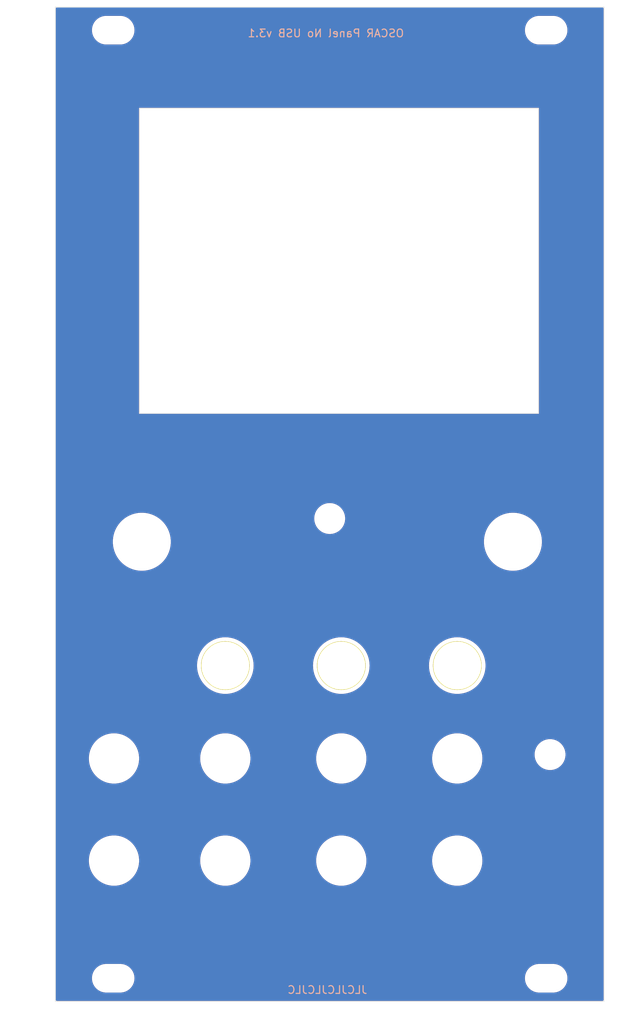
<source format=kicad_pcb>
(kicad_pcb (version 20240108) (generator "pcbnew") (generator_version "8.0")
  (layers (0 "F.Cu" signal) (31 "B.Cu" signal) (34 "B.Paste" user) (35 "F.Paste" user) (36 "B.SilkS" user "B.Silkscreen") (37 "F.SilkS" user "F.Silkscreen") (38 "B.Mask" user) (39 "F.Mask" user) (44 "Edge.Cuts" user))
  (net 0 "")
  (footprint "Custom_Footprints:Thonkiconn_Socket_MountingHole_6mm" (layer "F.Cu") (at 122 132)
    (property "Reference" "Ref**" (hide yes))
    (property "Value" "Thonkiconn_Socket_MountingHole_6mm")
    (pad "" np_thru_hole circle (at 0 0) (size 6 6) (drill 6) (layers "*.Cu" "*.Mask"))
  )
  (footprint "Custom_Footprints:Thonkiconn_Socket_MountingHole_6mm" (layer "F.Cu") (at 137 132)
    (property "Reference" "Ref**" (hide yes))
    (property "Value" "Thonkiconn_Socket_MountingHole_6mm")
    (pad "" np_thru_hole circle (at 0 0) (size 6 6) (drill 6) (layers "*.Cu" "*.Mask"))
  )
  (footprint "Custom_Footprints:Thonkiconn_Socket_MountingHole_6mm" (layer "F.Cu") (at 152 132)
    (property "Reference" "Ref**" (hide yes))
    (property "Value" "Thonkiconn_Socket_MountingHole_6mm")
    (pad "" np_thru_hole circle (at 0 0) (size 6 6) (drill 6) (layers "*.Cu" "*.Mask"))
  )
  (footprint "Custom_Footprints:Thonkiconn_Socket_MountingHole_6mm" (layer "F.Cu") (at 107.6 132)
    (property "Reference" "Ref**" (hide yes))
    (property "Value" "Thonkiconn_Socket_MountingHole_6mm")
    (pad "" np_thru_hole circle (at 0 0) (size 6 6) (drill 6) (layers "*.Cu" "*.Mask"))
  )
  (footprint "Custom_Footprints:Thonkiconn_Socket_MountingHole_6mm" (layer "F.Cu") (at 122 145.2)
    (property "Reference" "Ref**" (hide yes))
    (property "Value" "Thonkiconn_Socket_MountingHole_6mm")
    (pad "" np_thru_hole circle (at 0 0) (size 6 6) (drill 6) (layers "*.Cu" "*.Mask"))
  )
  (footprint "Custom_Footprints:Thonkiconn_Socket_MountingHole_6mm" (layer "F.Cu") (at 137 145.2)
    (property "Reference" "Ref**" (hide yes))
    (property "Value" "Thonkiconn_Socket_MountingHole_6mm")
    (pad "" np_thru_hole circle (at 0 0) (size 6 6) (drill 6) (layers "*.Cu" "*.Mask"))
  )
  (footprint "Custom_Footprints:Thonkiconn_Socket_MountingHole_6mm" (layer "F.Cu") (at 152 145.2)
    (property "Reference" "Ref**" (hide yes))
    (property "Value" "Thonkiconn_Socket_MountingHole_6mm")
    (pad "" np_thru_hole circle (at 0 0) (size 6 6) (drill 6) (layers "*.Cu" "*.Mask"))
  )
  (footprint "Custom_Footprints:Alpha_9mm_pot_hole" (layer "F.Cu") (at 159.2 104)
    (property "Reference" "Ref**" (hide yes))
    (property "Value" "Alpha_9mm_pot_hole" (hide yes))
    (pad "" np_thru_hole circle (at 0 0) (size 7 7) (drill 7) (layers "*.Cu" "*.Mask"))
  )
  (footprint "Custom_Footprints:Alpha_9mm_pot_hole" (layer "F.Cu") (at 111.2 104)
    (property "Reference" "Ref**" (hide yes))
    (property "Value" "Alpha_9mm_pot_hole" (hide yes))
    (pad "" np_thru_hole circle (at 0 0) (size 7 7) (drill 7) (layers "*.Cu" "*.Mask"))
  )
  (footprint "Custom_Footprints:Oval_Mounting_Hole" (layer "F.Cu") (at 107.5 37.9)
    (property "Reference" "Ref**" (hide yes))
    (property "Value" "Oval_Mounting_Hole")
    (pad "" np_thru_hole oval (at 0 0) (size 5 3.2) (drill oval 5 3.2) (layers "*.Cu" "*.Mask"))
  )
  (footprint "Custom_Footprints:Oval_Mounting_Hole" (layer "F.Cu") (at 163.5 37.9)
    (property "Reference" "Ref**" (hide yes))
    (property "Value" "Oval_Mounting_Hole")
    (pad "" np_thru_hole oval (at 0 0) (size 5 3.2) (drill oval 5 3.2) (layers "*.Cu" "*.Mask"))
  )
  (footprint "Custom_Footprints:Oval_Mounting_Hole" (layer "F.Cu") (at 107.5 160.4)
    (property "Reference" "Ref**" (hide yes))
    (property "Value" "Oval_Mounting_Hole")
    (pad "" np_thru_hole oval (at 0 0) (size 5 3.2) (drill oval 5 3.2) (layers "*.Cu" "*.Mask"))
  )
  (footprint "Custom_Footprints:Oval_Mounting_Hole" (layer "F.Cu") (at 163.5 160.4)
    (property "Reference" "Ref**" (hide yes))
    (property "Value" "Oval_Mounting_Hole")
    (pad "" np_thru_hole oval (at 0 0) (size 5 3.2) (drill oval 5 3.2) (layers "*.Cu" "*.Mask"))
  )
  (footprint "Custom_Footprints:MountingHole_6.3mm" (layer "F.Cu") (at 152 120)
    (property "Reference" "Ref**" (hide yes))
    (property "Value" "Thonkikonn_6.1mm")
    (pad "" np_thru_hole circle (at 0 0) (size 6.3 6.3) (drill 6.1) (layers "F&B.Cu" "*.Mask" "F.SilkS"))
  )
  (footprint "kibuzzard-67F8D614" (layer "F.Cu") (at 135.5 94.2)
    (property "Reference" "kibuzzard-67F8D614" (hide yes))
    (property "Value" "G***" (hide yes))
  )
  (footprint "kibuzzard-67F2B157" (layer "F.Cu") (at 164 124.7)
    (property "Reference" "kibuzzard-67F2B157" (hide yes))
    (property "Value" "G***" (hide yes))
  )
  (footprint "kibuzzard-67F2B10D" (layer "F.Cu") (at 107.6 124.7)
    (property "Reference" "kibuzzard-67F2B10D" (hide yes))
    (property "Value" "G***" (hide yes))
  )
  (footprint "kibuzzard-67F7FC29" (layer "F.Cu") (at 152 113.3)
    (property "Reference" "kibuzzard-67F7FC29" (hide yes))
    (property "Value" "G***" (hide yes))
  )
  (footprint "Custom_Footprints:MountingHole_6.3mm" (layer "F.Cu") (at 137 120)
    (property "Reference" "Ref**" (hide yes))
    (property "Value" "Thonkikonn_6.1mm")
    (pad "" np_thru_hole circle (at 0 0) (size 6.3 6.3) (drill 6.1) (layers "F&B.Cu" "*.Mask" "F.SilkS"))
  )
  (footprint "Custom_Footprints:MountingHole_6.3mm" (layer "F.Cu") (at 122 120)
    (property "Reference" "Ref**" (hide yes))
    (property "Value" "Thonkikonn_6.1mm")
    (pad "" np_thru_hole circle (at 0 0) (size 6.3 6.3) (drill 6.1) (layers "F&B.Cu" "*.Mask" "F.SilkS"))
  )
  (footprint "kibuzzard-67F7FC30" (layer "F.Cu") (at 137 113.3)
    (property "Reference" "kibuzzard-67F7FC30" (hide yes))
    (property "Value" "G***" (hide yes))
  )
  (footprint "oscar_logo:oscar_logo2" (layer "F.Cu") (at 136.7 41.6)
    (property "Reference" "G***" (hide yes))
    (property "Value" "LOGO" (hide yes))
  )
  (footprint "Custom_Footprints:Small_Pushbutton_Hole_3.5mm" (layer "F.Cu") (at 135.5 101)
    (property "Reference" "Ref**" (hide yes))
    (property "Value" "Push_Button_Hole" (hide yes))
    (pad "" np_thru_hole circle (at 0 0) (size 3.5 3.5) (drill 3.5) (layers "*.Cu" "*.Mask"))
  )
  (footprint "Custom_Footprints:Small_Pushbutton_Hole_3.5mm" (layer "F.Cu") (at 164 131.5)
    (property "Reference" "Ref**" (hide yes))
    (property "Value" "Push_Button_Hole" (hide yes))
    (pad "" np_thru_hole circle (at 0 0) (size 3.5 3.5) (drill 3.5) (layers "*.Cu" "*.Mask"))
  )
  (footprint "Custom_Footprints:Thonkiconn_Socket_MountingHole_6mm" (layer "F.Cu") (at 107.6 145.2)
    (property "Reference" "Ref**" (hide yes))
    (property "Value" "Thonkiconn_Socket_MountingHole_6mm")
    (pad "" np_thru_hole circle (at 0 0) (size 6 6) (drill 6) (layers "*.Cu" "*.Mask"))
  )
  (footprint "kibuzzard-67F7FC1B" (layer "F.Cu") (at 122 113.3)
    (property "Reference" "kibuzzard-67F7FC1B" (hide yes))
    (property "Value" "G***" (hide yes))
  )
  (gr_rect (start 100 34.9) (end 171 163.4) (stroke (width 0.05)) (fill none) (layer "Edge.Cuts"))
  (gr_rect (start 110.9 48) (end 162.5 87.4) (stroke (width 0.05)) (fill none) (layer "Edge.Cuts"))
  (gr_text "OSCAR Panel No USB v3.1" (at 135 38.3 0) (layer "B.SilkS") (effects (font (size 1 1)) (justify mirror)))
  (gr_text "JLCJLCJLCJLC" (at 135.2 161.9 0) (layer "B.SilkS") (effects (font (size 1 1)) (justify mirror)))
  (zone (net 0) (net_name "") (layers "F&B.Cu") (connect_pads (clearance 0.508)) (min_thickness 0.254) (fill yes (thermal_gap 0.508) (thermal_bridge_width 0.508) (island_removal_mode 1) (island_area_min 10))
    (polygon (pts (xy 99 34) (xy 172.8 34) (xy 172.8 164.7) (xy 99 164.4)))
  )
)
</source>
